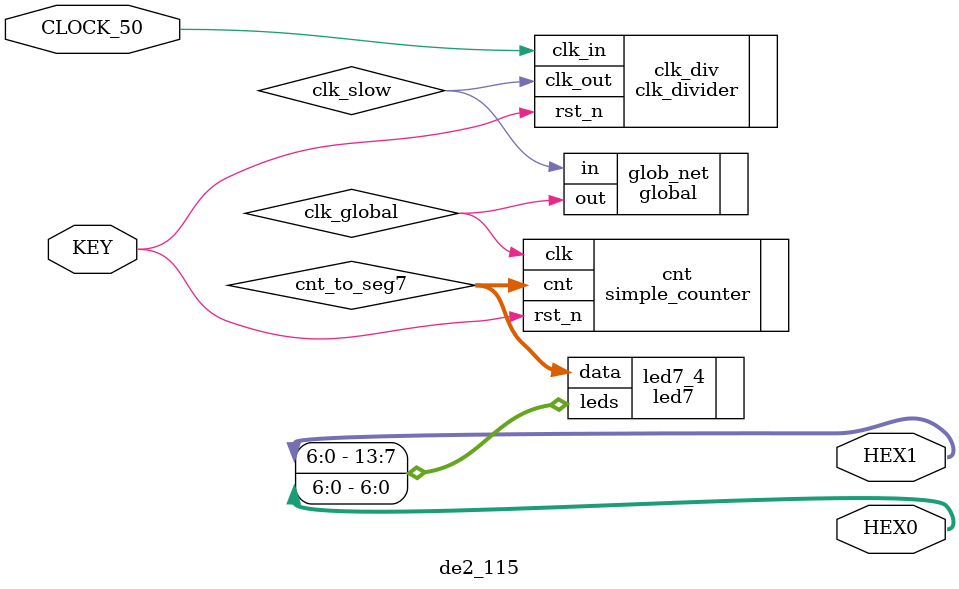
<source format=v>
module de2_115
(
  input        CLOCK_50,
  input [0:0]  KEY,
 
  output [6:0] HEX1,
  output [6:0] HEX0
);

   localparam CNT_W = 8;
   
   wire               clk_slow;
   wire               clk_global;
   wire [CNT_W - 1:0] cnt_to_seg7;
 
 clk_divider #(.WIDTH(24)) clk_div
  ( 
    .clk_in  ( CLOCK_50 ),
    .rst_n   ( KEY[0]   ),
    .clk_out ( clk_slow )
  );
   
  global glob_net
  (
     .in ( clk_slow   ),
     .out( clk_global )
  );

  simple_counter #(.WIDTH(CNT_W))
   cnt
    (
     .clk   ( clk_global  ),
     .rst_n ( KEY[0]      ),
     .cnt   ( cnt_to_seg7 )
    );
     
  
  led7 #(.COUNT(2)) led7_4
  (
    .data(cnt_to_seg7),
    .leds({HEX1,HEX0})
  );
  
                          
endmodule

</source>
